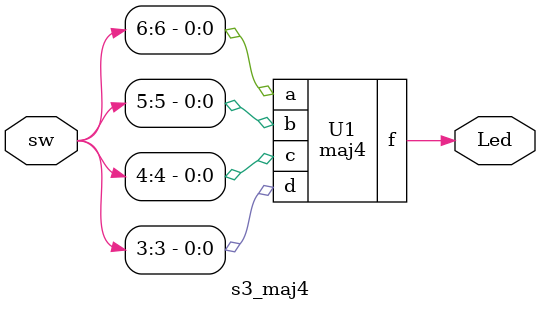
<source format=v>
`timescale 1ns / 1ps
module maj4(a, b, c, d, f);
	input a, b, c, d;
	output f;
	
	assign f = (a & b) | (a & c) | (a & d) | (b & c) | (b & d) | (c & d);
endmodule

module s3_maj4(sw, Led);
	input [6:3] sw;
	output [3:3] Led;
	
	maj4 U1 (.a(sw[6]), .b(sw[5]), .c(sw[4]), .d(sw[3]), .f(Led[3]));
	
endmodule

</source>
